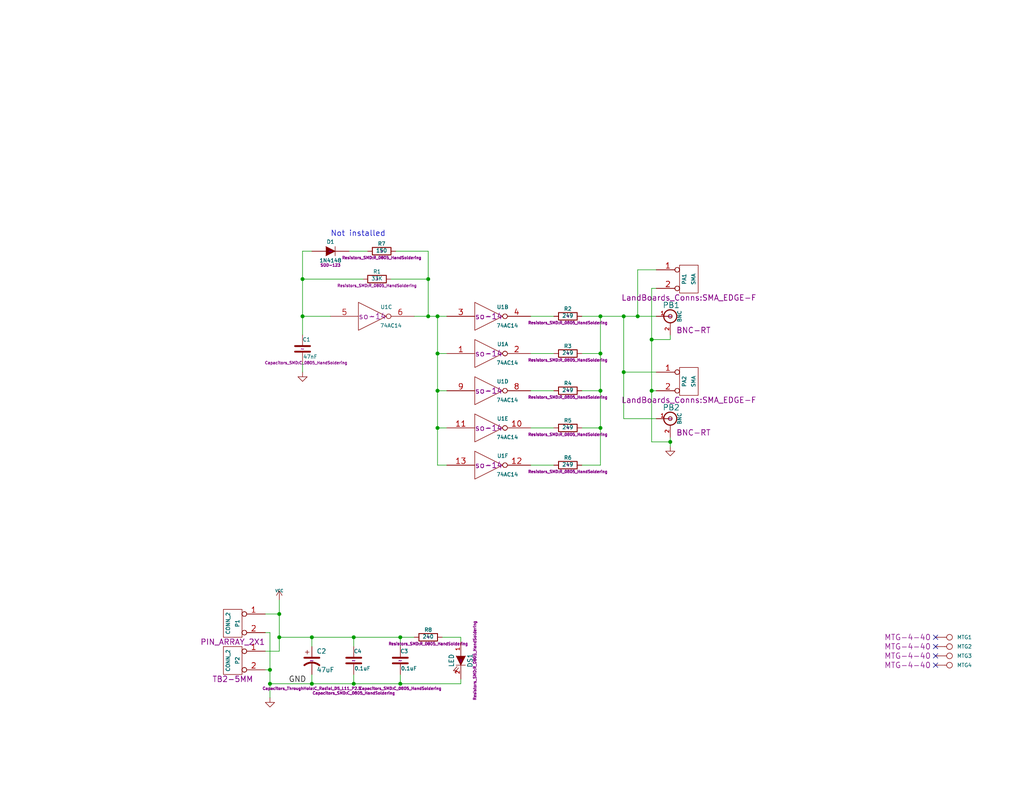
<source format=kicad_sch>
(kicad_sch (version 20211123) (generator eeschema)
  (paper "A")
  (title_block (title "Fast Pulse Generator") (date "2 nov 2014") (rev "X6") (company "Land Boards LLC"))
  (lib_symbols
    (symbol "Device:C" (pin_numbers hide) (pin_names (offset 0.254))
      (property "Reference" "C" (at 0.635 2.54 0))
      (property "Value" "C" (at 0.635 -2.54 0))
      (symbol "C_0_1"
        (polyline (pts (xy -2.032 -0.762) (xy 2.032 -0.762)) (stroke (width 0.508)))
        (polyline (pts (xy -2.032 0.762) (xy 2.032 0.762)) (stroke (width 0.508)))
      )
      (symbol "C_1_1"
        (pin passive line (at 0 3.81 270) (length 2.794) (name "~") (number "1"))
        (pin passive line (at 0 -3.81 90) (length 2.794) (name "~") (number "2"))
      )
    )
    (symbol "Device:CP1" (pin_numbers hide) (pin_names (offset 0.254) hide)
      (property "Reference" "C" (at 0.635 2.54 0))
      (property "Value" "Device_CP1" (at 0.635 -2.54 0))
      (symbol "CP1_0_1"
        (polyline (pts (xy -2.032 0.762) (xy 2.032 0.762)) (stroke (width 0.508)))
        (polyline (pts (xy -1.778 2.286) (xy -0.762 2.286)))
        (polyline (pts (xy -1.27 1.778) (xy -1.27 2.794)))
        (arc (start 2.032 -1.27) (mid 0 -0.5572) (end -2.032 -1.27) (stroke (width 0.508)))
      )
      (symbol "CP1_1_1"
        (pin passive line (at 0 3.81 270) (length 2.794) (name "~") (number "1"))
        (pin passive line (at 0 -3.81 90) (length 3.302) (name "~") (number "2"))
      )
    )
    (symbol "Device:R" (pin_numbers hide) (pin_names (offset 0))
      (property "Reference" "R" (at 2.032 0 90))
      (property "Value" "R" (at 0 0 90))
      (symbol "R_0_1"
        (rectangle (start -1.016 -2.54) (end 1.016 2.54) (stroke (width 0.254)))
      )
      (symbol "R_1_1"
        (pin passive line (at 0 3.81 270) (length 1.27) (name "~") (number "1"))
        (pin passive line (at 0 -3.81 90) (length 1.27) (name "~") (number "2"))
      )
    )
    (symbol "PULSE-GEN-rescue:74LS14" (pin_names (offset 0.762))
      (property "Reference" "U" (at 3.81 2.54 0))
      (property "Value" "74LS14" (at 5.08 -2.54 0))
      (symbol "74LS14_0_0"
        (polyline (pts (xy -3.81 3.81) (xy -3.81 -3.81) (xy 3.81 0) (xy -3.81 3.81)))
        (pin power_in line (at -1.27 2.54 270) (length 0) hide (name "VCC") (number "14"))
        (pin power_in line (at -1.27 -2.54 90) (length 0) hide (name "GND") (number "7"))
      )
      (symbol "74LS14_1_1"
        (pin input line (at -11.43 0 0) (length 7.62) (name "~") (number "1"))
        (pin output inverted (at 11.43 0 180) (length 7.62) (name "~") (number "2"))
      )
      (symbol "74LS14_1_2"
        (pin input inverted (at -11.43 0 0) (length 7.62) (name "~") (number "1"))
        (pin output line (at 11.43 0 180) (length 7.62) (name "~") (number "2"))
      )
      (symbol "74LS14_2_1"
        (pin input line (at -11.43 0 0) (length 7.62) (name "~") (number "3"))
        (pin output inverted (at 11.43 0 180) (length 7.62) (name "~") (number "4"))
      )
      (symbol "74LS14_2_2"
        (pin input inverted (at -11.43 0 0) (length 7.62) (name "~") (number "3"))
        (pin output line (at 11.43 0 180) (length 7.62) (name "~") (number "4"))
      )
      (symbol "74LS14_3_1"
        (pin input line (at -11.43 0 0) (length 7.62) (name "~") (number "5"))
        (pin output inverted (at 11.43 0 180) (length 7.62) (name "~") (number "6"))
      )
      (symbol "74LS14_3_2"
        (pin input inverted (at -11.43 0 0) (length 7.62) (name "~") (number "5"))
        (pin output line (at 11.43 0 180) (length 7.62) (name "~") (number "6"))
      )
      (symbol "74LS14_4_1"
        (pin output inverted (at 11.43 0 180) (length 7.62) (name "~") (number "8"))
        (pin input line (at -11.43 0 0) (length 7.62) (name "~") (number "9"))
      )
      (symbol "74LS14_4_2"
        (pin output line (at 11.43 0 180) (length 7.62) (name "~") (number "8"))
        (pin input inverted (at -11.43 0 0) (length 7.62) (name "~") (number "9"))
      )
      (symbol "74LS14_5_1"
        (pin output inverted (at 11.43 0 180) (length 7.62) (name "~") (number "10"))
        (pin input line (at -11.43 0 0) (length 7.62) (name "~") (number "11"))
      )
      (symbol "74LS14_5_2"
        (pin output line (at 11.43 0 180) (length 7.62) (name "~") (number "10"))
        (pin input inverted (at -11.43 0 0) (length 7.62) (name "~") (number "11"))
      )
      (symbol "74LS14_6_1"
        (pin output inverted (at 11.43 0 180) (length 7.62) (name "~") (number "12"))
        (pin input line (at -11.43 0 0) (length 7.62) (name "~") (number "13"))
      )
      (symbol "74LS14_6_2"
        (pin output line (at 11.43 0 180) (length 7.62) (name "~") (number "12"))
        (pin input inverted (at -11.43 0 0) (length 7.62) (name "~") (number "13"))
      )
    )
    (symbol "PULSE-GEN-rescue:BNC" (pin_names (offset 1.016) hide)
      (property "Reference" "P" (at 0.254 3.048 0))
      (property "Value" "BNC" (at 2.794 -1.524 90))
      (symbol "BNC_0_1"
        (circle (center 0 0) (radius 0.508) (stroke (width 0.2032)))
        (circle (center 0 0) (radius 1.778) (stroke (width 0.3048)))
      )
      (symbol "BNC_1_1"
        (pin passive line (at -3.81 0 0) (length 3.302) (name "In") (number "1"))
        (pin passive line (at 0 -5.08 90) (length 3.302) (name "Ext") (number "2"))
      )
    )
    (symbol "PULSE-GEN-rescue:CONN_1" (pin_numbers hide) (pin_names (offset 0.762) hide)
      (property "Reference" "P" (at 2.032 0 0))
      (symbol "CONN_1_0_1"
        (polyline (pts (xy -0.762 0) (xy -1.27 0)))
        (circle (center 0 0) (radius 0.7874))
      )
      (symbol "CONN_1_1_1"
        (pin passive line (at -3.81 0 0) (length 2.54) (name "1") (number "1"))
      )
    )
    (symbol "PULSE-GEN-rescue:CONN_2" (pin_names (offset 1.016) hide)
      (property "Reference" "P" (at -1.27 0 90))
      (property "Value" "CONN_2" (at 1.27 0 90))
      (symbol "CONN_2_0_1"
        (rectangle (start -2.54 3.81) (end 2.54 -3.81))
      )
      (symbol "CONN_2_1_1"
        (pin passive inverted (at -8.89 2.54 0) (length 6.35) (name "P1") (number "1"))
        (pin passive inverted (at -8.89 -2.54 0) (length 6.35) (name "PM") (number "2"))
      )
    )
    (symbol "PULSE-GEN-rescue:DIODE" (pin_numbers hide) (pin_names (offset 1.016) hide)
      (property "Reference" "D" (at 0 2.54 0))
      (property "Value" "DIODE" (at 0 -2.54 0))
      (symbol "DIODE_0_1"
        (polyline (pts (xy 1.27 1.27) (xy 1.27 -1.27)) (stroke (width 0.1524)))
        (polyline (pts (xy -1.27 1.27) (xy 1.27 0) (xy -1.27 -1.27)) (fill (type outline)))
      )
      (symbol "DIODE_1_1"
        (pin passive line (at -5.08 0 0) (length 3.81) (name "A") (number "1"))
        (pin passive line (at 5.08 0 180) (length 3.81) (name "K") (number "2"))
      )
    )
    (symbol "PULSE-GEN-rescue:LED-RESCUE-PULSE-GEN" (pin_names (offset 1.016) hide)
      (property "Reference" "D" (at 0 2.54 0))
      (property "Value" "LED-RESCUE-PULSE-GEN" (at 0 -2.54 0))
      (symbol "LED-RESCUE-PULSE-GEN_0_1"
        (polyline (pts (xy 1.27 1.27) (xy 1.27 -1.27)))
        (polyline (pts (xy -1.27 1.27) (xy 1.27 0) (xy -1.27 -1.27)) (fill (type outline)))
        (polyline (pts (xy 1.651 -1.016) (xy 2.794 -2.032) (xy 2.667 -1.397)))
        (polyline (pts (xy 2.032 -0.635) (xy 3.175 -1.651) (xy 3.048 -1.016)))
      )
      (symbol "LED-RESCUE-PULSE-GEN_1_1"
        (pin passive line (at -5.08 0 0) (length 3.81) (name "A") (number "1"))
        (pin passive line (at 5.08 0 180) (length 3.81) (name "K") (number "2"))
      )
    )
    (symbol "power:GND" (power) (pin_names (offset 0))
      (property "Value" "GND" (at 0 -3.81 0))
      (symbol "GND_0_1"
        (polyline (pts (xy 0 0) (xy 0 -1.27) (xy 1.27 -1.27) (xy 0 -2.54) (xy -1.27 -1.27) (xy 0 -1.27)))
      )
      (symbol "GND_1_1"
        (pin power_in line (at 0 0 270) (length 0) hide (name "GND") (number "1"))
      )
    )
    (symbol "power:VCC" (power) (pin_names (offset 0))
      (property "Value" "VCC" (at 0 3.81 0))
      (symbol "VCC_0_1"
        (polyline (pts (xy -0.762 1.27) (xy 0 2.54)))
        (polyline (pts (xy 0 0) (xy 0 2.54)))
        (polyline (pts (xy 0 2.54) (xy 0.762 1.27)))
      )
      (symbol "VCC_1_1"
        (pin power_in line (at 0 0 90) (length 0) hide (name "VCC") (number "1"))
      )
    )
  )
  (junction (at 76.2 173.99))
  (junction (at 85.09 173.99))
  (junction (at 73.66 182.88))
  (junction (at 119.38 96.52))
  (junction (at 119.38 116.84))
  (junction (at 119.38 106.68))
  (junction (at 119.38 86.36))
  (junction (at 163.83 106.68))
  (junction (at 109.22 173.99))
  (junction (at 163.83 116.84))
  (junction (at 177.8 106.68))
  (junction (at 73.66 186.69))
  (junction (at 116.84 76.2))
  (junction (at 109.22 186.69))
  (junction (at 96.52 186.69))
  (junction (at 170.18 101.6))
  (junction (at 170.18 86.36))
  (junction (at 82.55 76.2))
  (junction (at 163.83 86.36))
  (junction (at 177.8 92.71))
  (junction (at 173.99 86.36))
  (junction (at 163.83 96.52))
  (junction (at 85.09 186.69))
  (junction (at 96.52 173.99))
  (junction (at 116.84 86.36))
  (junction (at 182.88 120.65))
  (junction (at 76.2 167.64))
  (junction (at 82.55 86.36))
  (no_connect (at 255.27 181.61))
  (no_connect (at 255.27 176.53))
  (no_connect (at 255.27 179.07))
  (no_connect (at 255.27 173.99))
  (wire (pts (xy 120.65 173.99) (xy 125.73 173.99)))
  (wire (pts (xy 173.99 73.66) (xy 179.07 73.66)))
  (wire (pts (xy 82.55 68.58) (xy 82.55 76.2)))
  (wire (pts (xy 182.88 92.71) (xy 182.88 91.44)))
  (wire (pts (xy 163.83 86.36) (xy 170.18 86.36)))
  (wire (pts (xy 95.25 68.58) (xy 100.33 68.58)))
  (wire (pts (xy 116.84 68.58) (xy 116.84 76.2)))
  (wire (pts (xy 82.55 76.2) (xy 82.55 86.36)))
  (wire (pts (xy 82.55 99.06) (xy 82.55 101.6)))
  (wire (pts (xy 96.52 176.53) (xy 96.52 173.99)))
  (wire (pts (xy 177.8 92.71) (xy 177.8 106.68)))
  (wire (pts (xy 76.2 163.83) (xy 76.2 167.64)))
  (wire (pts (xy 85.09 186.69) (xy 96.52 186.69)))
  (wire (pts (xy 82.55 68.58) (xy 85.09 68.58)))
  (wire (pts (xy 144.78 96.52) (xy 151.13 96.52)))
  (wire (pts (xy 177.8 120.65) (xy 182.88 120.65)))
  (wire (pts (xy 144.78 116.84) (xy 151.13 116.84)))
  (wire (pts (xy 109.22 186.69) (xy 109.22 184.15)))
  (wire (pts (xy 163.83 127) (xy 158.75 127)))
  (wire (pts (xy 158.75 86.36) (xy 163.83 86.36)))
  (wire (pts (xy 85.09 173.99) (xy 96.52 173.99)))
  (wire (pts (xy 119.38 86.36) (xy 121.92 86.36)))
  (wire (pts (xy 119.38 127) (xy 121.92 127)))
  (wire (pts (xy 73.66 172.72) (xy 73.66 182.88)))
  (wire (pts (xy 163.83 106.68) (xy 163.83 116.84)))
  (wire (pts (xy 173.99 73.66) (xy 173.99 86.36)))
  (wire (pts (xy 73.66 186.69) (xy 85.09 186.69)))
  (wire (pts (xy 158.75 116.84) (xy 163.83 116.84)))
  (wire (pts (xy 170.18 114.3) (xy 179.07 114.3)))
  (wire (pts (xy 144.78 106.68) (xy 151.13 106.68)))
  (wire (pts (xy 119.38 86.36) (xy 119.38 96.52)))
  (wire (pts (xy 73.66 172.72) (xy 72.39 172.72)))
  (wire (pts (xy 177.8 106.68) (xy 177.8 120.65)))
  (wire (pts (xy 125.73 186.69) (xy 125.73 185.42)))
  (wire (pts (xy 73.66 182.88) (xy 73.66 186.69)))
  (wire (pts (xy 119.38 96.52) (xy 119.38 106.68)))
  (wire (pts (xy 119.38 116.84) (xy 119.38 127)))
  (wire (pts (xy 72.39 182.88) (xy 73.66 182.88)))
  (wire (pts (xy 116.84 86.36) (xy 119.38 86.36)))
  (wire (pts (xy 116.84 76.2) (xy 116.84 86.36)))
  (wire (pts (xy 106.68 76.2) (xy 116.84 76.2)))
  (wire (pts (xy 170.18 86.36) (xy 173.99 86.36)))
  (wire (pts (xy 82.55 76.2) (xy 99.06 76.2)))
  (wire (pts (xy 121.92 116.84) (xy 119.38 116.84)))
  (wire (pts (xy 177.8 92.71) (xy 182.88 92.71)))
  (wire (pts (xy 73.66 186.69) (xy 73.66 190.5)))
  (wire (pts (xy 76.2 177.8) (xy 72.39 177.8)))
  (wire (pts (xy 82.55 86.36) (xy 82.55 91.44)))
  (wire (pts (xy 96.52 173.99) (xy 109.22 173.99)))
  (wire (pts (xy 76.2 173.99) (xy 85.09 173.99)))
  (wire (pts (xy 158.75 96.52) (xy 163.83 96.52)))
  (wire (pts (xy 109.22 173.99) (xy 113.03 173.99)))
  (wire (pts (xy 144.78 86.36) (xy 151.13 86.36)))
  (wire (pts (xy 119.38 106.68) (xy 119.38 116.84)))
  (wire (pts (xy 109.22 186.69) (xy 125.73 186.69)))
  (wire (pts (xy 85.09 176.53) (xy 85.09 173.99)))
  (wire (pts (xy 163.83 86.36) (xy 163.83 96.52)))
  (wire (pts (xy 113.03 86.36) (xy 116.84 86.36)))
  (wire (pts (xy 90.17 86.36) (xy 82.55 86.36)))
  (wire (pts (xy 170.18 86.36) (xy 170.18 101.6)))
  (wire (pts (xy 177.8 106.68) (xy 179.07 106.68)))
  (wire (pts (xy 177.8 78.74) (xy 179.07 78.74)))
  (wire (pts (xy 173.99 86.36) (xy 179.07 86.36)))
  (wire (pts (xy 96.52 184.15) (xy 96.52 186.69)))
  (wire (pts (xy 177.8 78.74) (xy 177.8 92.71)))
  (wire (pts (xy 163.83 116.84) (xy 163.83 127)))
  (wire (pts (xy 163.83 96.52) (xy 163.83 106.68)))
  (wire (pts (xy 125.73 173.99) (xy 125.73 175.26)))
  (wire (pts (xy 121.92 96.52) (xy 119.38 96.52)))
  (wire (pts (xy 76.2 167.64) (xy 76.2 173.99)))
  (wire (pts (xy 121.92 106.68) (xy 119.38 106.68)))
  (wire (pts (xy 76.2 173.99) (xy 76.2 177.8)))
  (wire (pts (xy 72.39 167.64) (xy 76.2 167.64)))
  (wire (pts (xy 182.88 119.38) (xy 182.88 120.65)))
  (wire (pts (xy 170.18 101.6) (xy 170.18 114.3)))
  (wire (pts (xy 96.52 186.69) (xy 109.22 186.69)))
  (wire (pts (xy 182.88 120.65) (xy 182.88 121.92)))
  (wire (pts (xy 85.09 184.15) (xy 85.09 186.69)))
  (wire (pts (xy 170.18 101.6) (xy 179.07 101.6)))
  (wire (pts (xy 144.78 127) (xy 151.13 127)))
  (wire (pts (xy 109.22 173.99) (xy 109.22 176.53)))
  (wire (pts (xy 158.75 106.68) (xy 163.83 106.68)))
  (wire (pts (xy 107.95 68.58) (xy 116.84 68.58)))
  (text "Not installed" (at 90.17 64.77 0) (effects (font (size 1.524 1.524)) (justify left bottom)))
  (label "GND" (at 78.74 186.69 0) (effects (font (size 1.524 1.524))))
  (symbol (lib_id "Device:R") (at 154.94 86.36 90) (unit 1)
    (property "Reference" "R2" (at 154.94 84.328 90) (effects (font (size 1.016 1.016))))
    (property "Value" "249" (at 154.9146 86.1822 90) (effects (font (size 1.016 1.016))))
    (property "Footprint" "Resistors_SMD:R_0805_HandSoldering" (at 154.94 88.138 90) (effects (font (size 0.762 0.762))))
    (property "Datasheet" "~" (at 154.94 86.36 0) (effects (font (size 0.762 0.762))))
  )
  (symbol (lib_id "Device:R") (at 102.87 76.2 90) (unit 1)
    (property "Reference" "R1" (at 102.87 74.168 90) (effects (font (size 1.016 1.016))))
    (property "Value" "33K" (at 102.8446 76.0222 90) (effects (font (size 1.016 1.016))))
    (property "Footprint" "Resistors_SMD:R_0805_HandSoldering" (at 102.87 77.978 90) (effects (font (size 0.762 0.762))))
    (property "Datasheet" "~" (at 102.87 76.2 0) (effects (font (size 0.762 0.762))))
  )
  (symbol (lib_id "Device:C") (at 82.55 95.25 0) (unit 1)
    (property "Reference" "C1" (at 82.55 92.71 0) (effects (font (size 1.016 1.016)) (justify left)))
    (property "Value" "47nF" (at 82.7024 97.409 0) (effects (font (size 1.016 1.016)) (justify left)))
    (property "Footprint" "Capacitors_SMD:C_0805_HandSoldering" (at 83.5152 99.06 0) (effects (font (size 0.762 0.762))))
    (property "Datasheet" "~" (at 82.55 95.25 0) (effects (font (size 1.524 1.524))))
  )
  (symbol (lib_id "power:GND") (at 82.55 101.6 0) (unit 1)
    (property "Reference" "#PWR01" (effects hide))
    (property "Value" "GND" (effects hide))
  )
  (symbol (lib_id "PULSE-GEN-rescue:74LS14") (at 101.6 86.36 0) (unit 3)
    (property "Reference" "U1" (at 105.41 83.82 0) (effects (font (size 1.016 1.016))))
    (property "Value" "74AC14" (at 106.68 88.9 0) (effects (font (size 1.016 1.016))))
    (property "Footprint" "so-14" (at 101.6 86.36 0) (effects (font (size 1.524 1.524))))
    (property "Datasheet" "~" (at 101.6 86.36 0) (effects (font (size 1.524 1.524))))
    (property "Mfg" "TI" (effects hide))
    (property "MfgPN" "SN74AC14DR" (effects hide))
    (property "Vendor" "Mouser" (effects hide))
    (property "VendorPN" "595-SN74AC14DR" (effects hide))
  )
  (symbol (lib_id "Device:R") (at 154.94 96.52 90) (unit 1)
    (property "Reference" "R3" (at 154.94 94.488 90) (effects (font (size 1.016 1.016))))
    (property "Value" "249" (at 154.9146 96.3422 90) (effects (font (size 1.016 1.016))))
    (property "Footprint" "Resistors_SMD:R_0805_HandSoldering" (at 154.94 98.298 90) (effects (font (size 0.762 0.762))))
    (property "Datasheet" "~" (at 154.94 96.52 0) (effects (font (size 0.762 0.762))))
  )
  (symbol (lib_id "Device:R") (at 154.94 106.68 90) (unit 1)
    (property "Reference" "R4" (at 154.94 104.648 90) (effects (font (size 1.016 1.016))))
    (property "Value" "249" (at 154.9146 106.5022 90) (effects (font (size 1.016 1.016))))
    (property "Footprint" "Resistors_SMD:R_0805_HandSoldering" (at 154.94 108.458 90) (effects (font (size 0.762 0.762))))
    (property "Datasheet" "~" (at 154.94 106.68 0) (effects (font (size 0.762 0.762))))
  )
  (symbol (lib_id "Device:R") (at 154.94 116.84 90) (unit 1)
    (property "Reference" "R5" (at 154.94 114.808 90) (effects (font (size 1.016 1.016))))
    (property "Value" "249" (at 154.9146 116.6622 90) (effects (font (size 1.016 1.016))))
    (property "Footprint" "Resistors_SMD:R_0805_HandSoldering" (at 154.94 118.618 90) (effects (font (size 0.762 0.762))))
    (property "Datasheet" "~" (at 154.94 116.84 0) (effects (font (size 0.762 0.762))))
  )
  (symbol (lib_id "Device:R") (at 154.94 127 90) (unit 1)
    (property "Reference" "R6" (at 154.94 124.968 90) (effects (font (size 1.016 1.016))))
    (property "Value" "249" (at 154.9146 126.8222 90) (effects (font (size 1.016 1.016))))
    (property "Footprint" "Resistors_SMD:R_0805_HandSoldering" (at 154.94 128.778 90) (effects (font (size 0.762 0.762))))
    (property "Datasheet" "~" (at 154.94 127 0) (effects (font (size 0.762 0.762))))
  )
  (symbol (lib_id "PULSE-GEN-rescue:BNC") (at 182.88 86.36 0) (unit 1)
    (property "Reference" "PB1" (at 183.134 83.312 0) (effects (font (size 1.524 1.524))))
    (property "Value" "BNC" (at 185.42 86.36 90) (effects (font (size 1.016 1.016))))
    (property "Footprint" "BNC-RT" (at 189.23 90.17 0) (effects (font (size 1.524 1.524))))
    (property "Datasheet" "~" (at 182.88 86.36 0) (effects (font (size 1.524 1.524))))
    (property "Mfg" "Amphenol" (effects hide))
    (property "MfgPN" "31-5431-10RFX" (effects hide))
    (property "Vendor" "Mouser" (effects hide))
    (property "VendorPN" "523-31-5431-10RFX" (effects hide))
  )
  (symbol (lib_id "power:GND") (at 182.88 121.92 0) (unit 1)
    (property "Reference" "#PWR02" (effects hide))
    (property "Value" "GND" (effects hide))
  )
  (symbol (lib_id "Device:CP1") (at 85.09 180.34 0) (unit 1)
    (property "Reference" "C2" (at 86.36 177.8 0) (effects (justify left)))
    (property "Value" "47uF" (at 86.36 182.88 0) (effects (justify left)))
    (property "Footprint" "Capacitors_ThroughHole:C_Radial_D5_L11_P2.5" (at 85.09 187.96 0) (effects (font (size 0.762 0.762))))
    (property "Datasheet" "~" (at 85.09 180.34 0) (effects (font (size 1.524 1.524))))
  )
  (symbol (lib_id "Device:C") (at 109.22 180.34 0) (unit 1)
    (property "Reference" "C3" (at 109.22 177.8 0) (effects (font (size 1.016 1.016)) (justify left)))
    (property "Value" "0.1uF" (at 109.3724 182.499 0) (effects (font (size 1.016 1.016)) (justify left)))
    (property "Footprint" "Capacitors_SMD:C_0805_HandSoldering" (at 109.22 187.96 0) (effects (font (size 0.762 0.762))))
    (property "Datasheet" "~" (at 109.22 180.34 0) (effects (font (size 1.524 1.524))))
  )
  (symbol (lib_id "power:GND") (at 73.66 190.5 0) (unit 1)
    (property "Reference" "#PWR03" (effects hide))
    (property "Value" "GND" (effects hide))
  )
  (symbol (lib_id "PULSE-GEN-rescue:CONN_2") (at 63.5 180.34 0) (mirror y) (unit 1)
    (property "Reference" "P2" (at 64.77 180.34 90) (effects (font (size 1.016 1.016))))
    (property "Value" "CONN_2" (at 62.23 180.34 90) (effects (font (size 1.016 1.016))))
    (property "Footprint" "TB2-5MM" (at 63.5 185.42 0) (effects (font (size 1.524 1.524))))
  )
  (symbol (lib_id "PULSE-GEN-rescue:CONN_1") (at 259.08 179.07 0) (unit 1)
    (property "Reference" "MTG3" (at 261.112 179.07 0) (effects (font (size 1.016 1.016)) (justify left)))
    (property "Value" "CONN_1" (effects hide))
    (property "Footprint" "MTG-4-40" (at 247.65 179.07 0) (effects (font (size 1.524 1.524))))
  )
  (symbol (lib_id "PULSE-GEN-rescue:CONN_1") (at 259.08 176.53 0) (unit 1)
    (property "Reference" "MTG2" (at 261.112 176.53 0) (effects (font (size 1.016 1.016)) (justify left)))
    (property "Value" "CONN_1" (effects hide))
    (property "Footprint" "MTG-4-40" (at 247.65 176.53 0) (effects (font (size 1.524 1.524))))
  )
  (symbol (lib_id "PULSE-GEN-rescue:CONN_1") (at 259.08 173.99 0) (unit 1)
    (property "Reference" "MTG1" (at 261.112 173.99 0) (effects (font (size 1.016 1.016)) (justify left)))
    (property "Value" "CONN_1" (effects hide))
    (property "Footprint" "MTG-4-40" (at 247.65 173.99 0) (effects (font (size 1.524 1.524))))
  )
  (symbol (lib_id "PULSE-GEN-rescue:CONN_2") (at 187.96 76.2 0) (unit 1)
    (property "Reference" "PA1" (at 186.69 76.2 90) (effects (font (size 1.016 1.016))))
    (property "Value" "SMA" (at 189.23 76.2 90) (effects (font (size 1.016 1.016))))
    (property "Footprint" "LandBoards_Conns:SMA_EDGE-F" (at 187.96 81.28 0) (effects (font (size 1.524 1.524))))
  )
  (symbol (lib_id "power:VCC") (at 76.2 163.83 0) (unit 1)
    (property "Reference" "#PWR04" (effects hide))
    (property "Value" "VCC" (at 76.2 161.29 0) (effects (font (size 0.762 0.762))))
  )
  (symbol (lib_id "PULSE-GEN-rescue:CONN_1") (at 259.08 181.61 0) (unit 1)
    (property "Reference" "MTG4" (at 261.112 181.61 0) (effects (font (size 1.016 1.016)) (justify left)))
    (property "Value" "CONN_1" (effects hide))
    (property "Footprint" "MTG-4-40" (at 247.65 181.61 0) (effects (font (size 1.524 1.524))))
  )
  (symbol (lib_id "PULSE-GEN-rescue:CONN_2") (at 187.96 104.14 0) (unit 1)
    (property "Reference" "PA2" (at 186.69 104.14 90) (effects (font (size 1.016 1.016))))
    (property "Value" "SMA" (at 189.23 104.14 90) (effects (font (size 1.016 1.016))))
    (property "Footprint" "LandBoards_Conns:SMA_EDGE-F" (at 187.96 109.22 0) (effects (font (size 1.524 1.524))))
  )
  (symbol (lib_id "Device:C") (at 96.52 180.34 0) (unit 1)
    (property "Reference" "C4" (at 96.52 177.8 0) (effects (font (size 1.016 1.016)) (justify left)))
    (property "Value" "0.1uF" (at 96.6724 182.499 0) (effects (font (size 1.016 1.016)) (justify left)))
    (property "Footprint" "Capacitors_SMD:C_0805_HandSoldering" (at 96.52 189.23 0) (effects (font (size 0.762 0.762))))
    (property "Datasheet" "~" (at 96.52 180.34 0) (effects (font (size 1.524 1.524))))
  )
  (symbol (lib_id "PULSE-GEN-rescue:DIODE") (at 90.17 68.58 0) (unit 1)
    (property "Reference" "D1" (at 90.17 66.04 0) (effects (font (size 1.016 1.016))))
    (property "Value" "1N4148" (at 90.17 71.12 0) (effects (font (size 1.016 1.016))))
    (property "Footprint" "SOD-123" (at 90.17 72.39 0) (effects (font (size 0.762 0.762))))
    (property "Datasheet" "~" (at 90.17 68.58 0) (effects (font (size 1.524 1.524))))
  )
  (symbol (lib_id "Device:R") (at 104.14 68.58 90) (unit 1)
    (property "Reference" "R7" (at 104.14 66.548 90) (effects (font (size 1.016 1.016))))
    (property "Value" "150" (at 104.1146 68.4022 90) (effects (font (size 1.016 1.016))))
    (property "Footprint" "Resistors_SMD:R_0805_HandSoldering" (at 104.14 70.358 90) (effects (font (size 0.762 0.762))))
    (property "Datasheet" "~" (at 104.14 68.58 0) (effects (font (size 0.762 0.762))))
  )
  (symbol (lib_id "Device:R") (at 116.84 173.99 90) (unit 1)
    (property "Reference" "R8" (at 116.84 171.958 90) (effects (font (size 1.016 1.016))))
    (property "Value" "240" (at 116.8146 173.8122 90) (effects (font (size 1.016 1.016))))
    (property "Footprint" "Resistors_SMD:R_0805_HandSoldering" (at 116.84 175.768 90) (effects (font (size 0.762 0.762))))
    (property "Datasheet" "~" (at 116.84 173.99 0) (effects (font (size 0.762 0.762))))
  )
  (symbol (lib_id "PULSE-GEN-rescue:LED-RESCUE-PULSE-GEN") (at 125.73 180.34 270) (unit 1)
    (property "Reference" "DS1" (at 128.27 180.34 0))
    (property "Value" "LED" (at 123.19 180.34 0))
    (property "Footprint" "Resistors_SMD:R_0805_HandSoldering" (at 129.54 180.34 0) (effects (font (size 0.762 0.762))))
    (property "Datasheet" "~" (at 125.73 180.34 0) (effects (font (size 1.524 1.524))))
  )
  (symbol (lib_id "PULSE-GEN-rescue:CONN_2") (at 63.5 170.18 0) (mirror y) (unit 1)
    (property "Reference" "P1" (at 64.77 170.18 90) (effects (font (size 1.016 1.016))))
    (property "Value" "CONN_2" (at 62.23 170.18 90) (effects (font (size 1.016 1.016))))
    (property "Footprint" "PIN_ARRAY_2X1" (at 63.5 175.26 0) (effects (font (size 1.524 1.524))))
  )
  (symbol (lib_id "PULSE-GEN-rescue:BNC") (at 182.88 114.3 0) (unit 1)
    (property "Reference" "PB2" (at 183.134 111.252 0) (effects (font (size 1.524 1.524))))
    (property "Value" "BNC" (at 185.42 114.3 90) (effects (font (size 1.016 1.016))))
    (property "Footprint" "BNC-RT" (at 189.23 118.11 0) (effects (font (size 1.524 1.524))))
    (property "Datasheet" "~" (at 182.88 114.3 0) (effects (font (size 1.524 1.524))))
    (property "Mfg" "Amphenol" (effects hide))
    (property "MfgPN" "31-5431-10RFX" (effects hide))
    (property "Vendor" "Mouser" (effects hide))
    (property "VendorPN" "523-31-5431-10RFX" (effects hide))
  )
  (symbol (lib_id "PULSE-GEN-rescue:74LS14") (at 133.35 86.36 0) (unit 2)
    (property "Reference" "U1" (at 137.16 83.82 0) (effects (font (size 1.016 1.016))))
    (property "Value" "74AC14" (at 138.43 88.9 0) (effects (font (size 1.016 1.016))))
    (property "Footprint" "so-14" (at 133.35 86.36 0) (effects (font (size 1.524 1.524))))
    (property "Datasheet" "~" (at 133.35 86.36 0) (effects (font (size 1.524 1.524))))
    (property "Mfg" "TI" (effects hide))
    (property "MfgPN" "SN74AC14DR" (effects hide))
    (property "Vendor" "Mouser" (effects hide))
    (property "VendorPN" "595-SN74AC14DR" (effects hide))
  )
  (symbol (lib_id "PULSE-GEN-rescue:74LS14") (at 133.35 96.52 0) (unit 1)
    (property "Reference" "U1" (at 137.16 93.98 0) (effects (font (size 1.016 1.016))))
    (property "Value" "74AC14" (at 138.43 99.06 0) (effects (font (size 1.016 1.016))))
    (property "Footprint" "so-14" (at 133.35 96.52 0) (effects (font (size 1.524 1.524))))
    (property "Datasheet" "~" (at 133.35 96.52 0) (effects (font (size 1.524 1.524))))
    (property "Mfg" "TI" (effects hide))
    (property "MfgPN" "SN74AC14DR" (effects hide))
    (property "Vendor" "Mouser" (effects hide))
    (property "VendorPN" "595-SN74AC14DR" (effects hide))
  )
  (symbol (lib_id "PULSE-GEN-rescue:74LS14") (at 133.35 106.68 0) (unit 4)
    (property "Reference" "U1" (at 137.16 104.14 0) (effects (font (size 1.016 1.016))))
    (property "Value" "74AC14" (at 138.43 109.22 0) (effects (font (size 1.016 1.016))))
    (property "Footprint" "so-14" (at 133.35 106.68 0) (effects (font (size 1.524 1.524))))
    (property "Datasheet" "~" (at 133.35 106.68 0) (effects (font (size 1.524 1.524))))
    (property "Mfg" "TI" (effects hide))
    (property "MfgPN" "SN74AC14DR" (effects hide))
    (property "Vendor" "Mouser" (effects hide))
    (property "VendorPN" "595-SN74AC14DR" (effects hide))
  )
  (symbol (lib_id "PULSE-GEN-rescue:74LS14") (at 133.35 116.84 0) (unit 5)
    (property "Reference" "U1" (at 137.16 114.3 0) (effects (font (size 1.016 1.016))))
    (property "Value" "74AC14" (at 138.43 119.38 0) (effects (font (size 1.016 1.016))))
    (property "Footprint" "so-14" (at 133.35 116.84 0) (effects (font (size 1.524 1.524))))
    (property "Datasheet" "~" (at 133.35 116.84 0) (effects (font (size 1.524 1.524))))
    (property "Mfg" "TI" (effects hide))
    (property "MfgPN" "SN74AC14DR" (effects hide))
    (property "Vendor" "Mouser" (effects hide))
    (property "VendorPN" "595-SN74AC14DR" (effects hide))
  )
  (symbol (lib_id "PULSE-GEN-rescue:74LS14") (at 133.35 127 0) (unit 6)
    (property "Reference" "U1" (at 137.16 124.46 0) (effects (font (size 1.016 1.016))))
    (property "Value" "74AC14" (at 138.43 129.54 0) (effects (font (size 1.016 1.016))))
    (property "Footprint" "so-14" (at 133.35 127 0) (effects (font (size 1.524 1.524))))
    (property "Datasheet" "~" (at 133.35 127 0) (effects (font (size 1.524 1.524))))
    (property "Mfg" "TI" (effects hide))
    (property "MfgPN" "SN74AC14DR" (effects hide))
    (property "Vendor" "Mouser" (effects hide))
    (property "VendorPN" "595-SN74AC14DR" (effects hide))
  )
)
</source>
